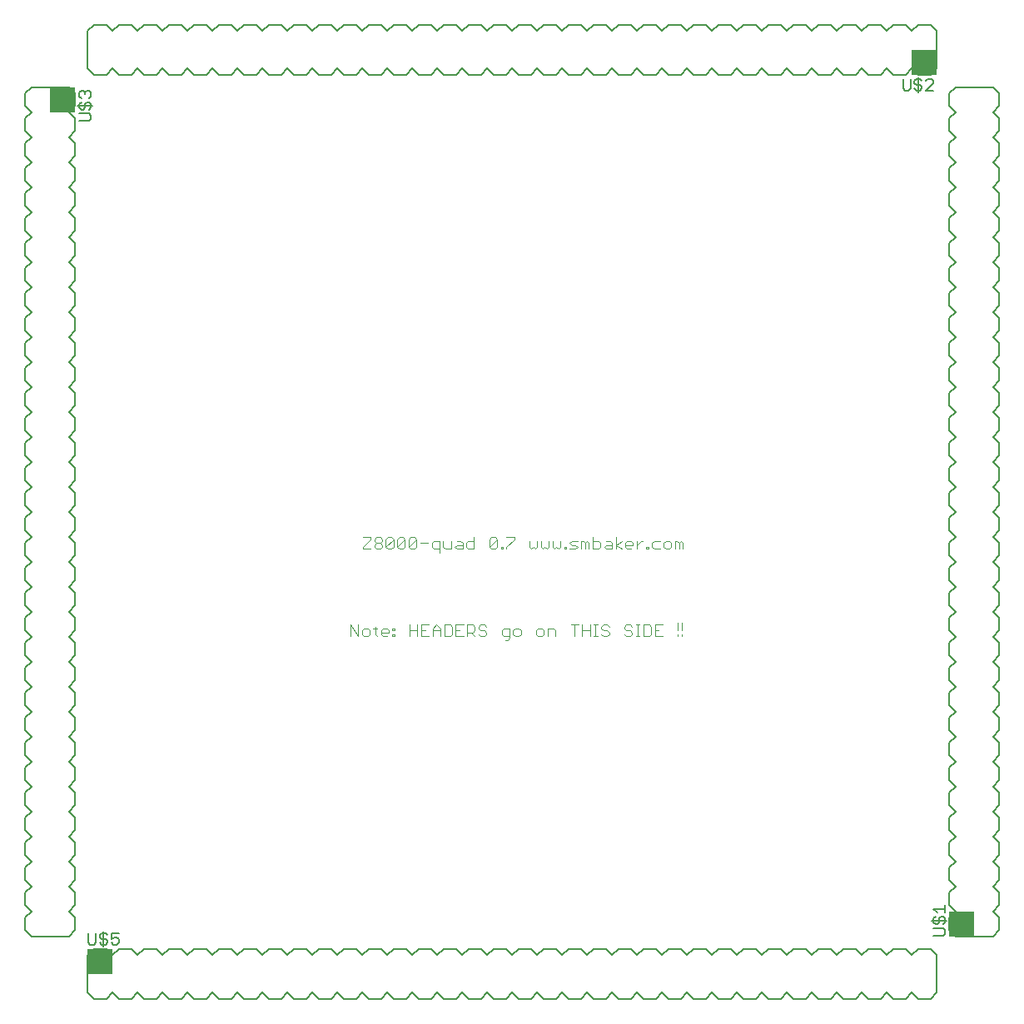
<source format=gto>
G75*
%MOIN*%
%OFA0B0*%
%FSLAX25Y25*%
%IPPOS*%
%LPD*%
%AMOC8*
5,1,8,0,0,1.08239X$1,22.5*
%
%ADD10C,0.00400*%
%ADD11C,0.00600*%
%ADD12R,0.10000X0.10000*%
%ADD13C,0.00500*%
D10*
X0136500Y0151500D02*
X0136500Y0156104D01*
X0139569Y0151500D01*
X0139569Y0156104D01*
X0141104Y0153802D02*
X0141104Y0152267D01*
X0141871Y0151500D01*
X0143406Y0151500D01*
X0144173Y0152267D01*
X0144173Y0153802D01*
X0143406Y0154569D01*
X0141871Y0154569D01*
X0141104Y0153802D01*
X0145708Y0154569D02*
X0147242Y0154569D01*
X0146475Y0155337D02*
X0146475Y0152267D01*
X0147242Y0151500D01*
X0148777Y0152267D02*
X0148777Y0153802D01*
X0149544Y0154569D01*
X0151079Y0154569D01*
X0151846Y0153802D01*
X0151846Y0153035D01*
X0148777Y0153035D01*
X0148777Y0152267D02*
X0149544Y0151500D01*
X0151079Y0151500D01*
X0153381Y0151500D02*
X0153381Y0152267D01*
X0154148Y0152267D01*
X0154148Y0151500D01*
X0153381Y0151500D01*
X0153381Y0153802D02*
X0153381Y0154569D01*
X0154148Y0154569D01*
X0154148Y0153802D01*
X0153381Y0153802D01*
X0160287Y0153802D02*
X0163356Y0153802D01*
X0164891Y0153802D02*
X0166425Y0153802D01*
X0164891Y0156104D02*
X0164891Y0151500D01*
X0167960Y0151500D01*
X0169495Y0151500D02*
X0169495Y0154569D01*
X0171029Y0156104D01*
X0172564Y0154569D01*
X0172564Y0151500D01*
X0174099Y0151500D02*
X0176401Y0151500D01*
X0177168Y0152267D01*
X0177168Y0155337D01*
X0176401Y0156104D01*
X0174099Y0156104D01*
X0174099Y0151500D01*
X0172564Y0153802D02*
X0169495Y0153802D01*
X0167960Y0156104D02*
X0164891Y0156104D01*
X0163356Y0156104D02*
X0163356Y0151500D01*
X0160287Y0151500D02*
X0160287Y0156104D01*
X0178703Y0156104D02*
X0178703Y0151500D01*
X0181772Y0151500D01*
X0183307Y0151500D02*
X0183307Y0156104D01*
X0185609Y0156104D01*
X0186376Y0155337D01*
X0186376Y0153802D01*
X0185609Y0153035D01*
X0183307Y0153035D01*
X0184841Y0153035D02*
X0186376Y0151500D01*
X0187910Y0152267D02*
X0188678Y0151500D01*
X0190212Y0151500D01*
X0190980Y0152267D01*
X0190980Y0153035D01*
X0190212Y0153802D01*
X0188678Y0153802D01*
X0187910Y0154569D01*
X0187910Y0155337D01*
X0188678Y0156104D01*
X0190212Y0156104D01*
X0190980Y0155337D01*
X0197118Y0153802D02*
X0197118Y0152267D01*
X0197886Y0151500D01*
X0200188Y0151500D01*
X0200188Y0150733D02*
X0200188Y0154569D01*
X0197886Y0154569D01*
X0197118Y0153802D01*
X0198653Y0149965D02*
X0199420Y0149965D01*
X0200188Y0150733D01*
X0201722Y0152267D02*
X0202490Y0151500D01*
X0204024Y0151500D01*
X0204792Y0152267D01*
X0204792Y0153802D01*
X0204024Y0154569D01*
X0202490Y0154569D01*
X0201722Y0153802D01*
X0201722Y0152267D01*
X0210930Y0152267D02*
X0211697Y0151500D01*
X0213232Y0151500D01*
X0213999Y0152267D01*
X0213999Y0153802D01*
X0213232Y0154569D01*
X0211697Y0154569D01*
X0210930Y0153802D01*
X0210930Y0152267D01*
X0215534Y0151500D02*
X0215534Y0154569D01*
X0217836Y0154569D01*
X0218603Y0153802D01*
X0218603Y0151500D01*
X0224742Y0156104D02*
X0227811Y0156104D01*
X0226277Y0156104D02*
X0226277Y0151500D01*
X0229346Y0151500D02*
X0229346Y0156104D01*
X0229346Y0153802D02*
X0232415Y0153802D01*
X0232415Y0156104D02*
X0232415Y0151500D01*
X0233950Y0151500D02*
X0235484Y0151500D01*
X0234717Y0151500D02*
X0234717Y0156104D01*
X0233950Y0156104D02*
X0235484Y0156104D01*
X0237019Y0155337D02*
X0237019Y0154569D01*
X0237786Y0153802D01*
X0239321Y0153802D01*
X0240088Y0153035D01*
X0240088Y0152267D01*
X0239321Y0151500D01*
X0237786Y0151500D01*
X0237019Y0152267D01*
X0237019Y0155337D02*
X0237786Y0156104D01*
X0239321Y0156104D01*
X0240088Y0155337D01*
X0246227Y0155337D02*
X0246227Y0154569D01*
X0246994Y0153802D01*
X0248529Y0153802D01*
X0249296Y0153035D01*
X0249296Y0152267D01*
X0248529Y0151500D01*
X0246994Y0151500D01*
X0246227Y0152267D01*
X0246227Y0155337D02*
X0246994Y0156104D01*
X0248529Y0156104D01*
X0249296Y0155337D01*
X0250831Y0156104D02*
X0252365Y0156104D01*
X0251598Y0156104D02*
X0251598Y0151500D01*
X0250831Y0151500D02*
X0252365Y0151500D01*
X0253900Y0151500D02*
X0253900Y0156104D01*
X0256202Y0156104D01*
X0256969Y0155337D01*
X0256969Y0152267D01*
X0256202Y0151500D01*
X0253900Y0151500D01*
X0258504Y0151500D02*
X0258504Y0156104D01*
X0261573Y0156104D01*
X0260039Y0153802D02*
X0258504Y0153802D01*
X0258504Y0151500D02*
X0261573Y0151500D01*
X0267712Y0151500D02*
X0267712Y0152267D01*
X0269246Y0152267D02*
X0269246Y0151500D01*
X0269246Y0153802D02*
X0269246Y0156871D01*
X0267712Y0156871D02*
X0267712Y0153802D01*
X0268108Y0186500D02*
X0268108Y0188802D01*
X0268875Y0189569D01*
X0269643Y0188802D01*
X0269643Y0186500D01*
X0268108Y0188802D02*
X0267341Y0189569D01*
X0266573Y0189569D01*
X0266573Y0186500D01*
X0265039Y0187267D02*
X0265039Y0188802D01*
X0264271Y0189569D01*
X0262737Y0189569D01*
X0261969Y0188802D01*
X0261969Y0187267D01*
X0262737Y0186500D01*
X0264271Y0186500D01*
X0265039Y0187267D01*
X0260435Y0186500D02*
X0258133Y0186500D01*
X0257365Y0187267D01*
X0257365Y0188802D01*
X0258133Y0189569D01*
X0260435Y0189569D01*
X0255831Y0187267D02*
X0255831Y0186500D01*
X0255063Y0186500D01*
X0255063Y0187267D01*
X0255831Y0187267D01*
X0253529Y0189569D02*
X0252761Y0189569D01*
X0251227Y0188035D01*
X0251227Y0189569D02*
X0251227Y0186500D01*
X0249692Y0188035D02*
X0246623Y0188035D01*
X0246623Y0188802D02*
X0247390Y0189569D01*
X0248925Y0189569D01*
X0249692Y0188802D01*
X0249692Y0188035D01*
X0248925Y0186500D02*
X0247390Y0186500D01*
X0246623Y0187267D01*
X0246623Y0188802D01*
X0245088Y0189569D02*
X0242786Y0188035D01*
X0245088Y0186500D01*
X0242786Y0186500D02*
X0242786Y0191104D01*
X0240484Y0189569D02*
X0241252Y0188802D01*
X0241252Y0186500D01*
X0238950Y0186500D01*
X0238182Y0187267D01*
X0238950Y0188035D01*
X0241252Y0188035D01*
X0240484Y0189569D02*
X0238950Y0189569D01*
X0236648Y0188802D02*
X0235880Y0189569D01*
X0233578Y0189569D01*
X0233578Y0191104D02*
X0233578Y0186500D01*
X0235880Y0186500D01*
X0236648Y0187267D01*
X0236648Y0188802D01*
X0232044Y0188802D02*
X0232044Y0186500D01*
X0230509Y0186500D02*
X0230509Y0188802D01*
X0231277Y0189569D01*
X0232044Y0188802D01*
X0230509Y0188802D02*
X0229742Y0189569D01*
X0228975Y0189569D01*
X0228975Y0186500D01*
X0227440Y0187267D02*
X0226673Y0188035D01*
X0225138Y0188035D01*
X0224371Y0188802D01*
X0225138Y0189569D01*
X0227440Y0189569D01*
X0227440Y0187267D02*
X0226673Y0186500D01*
X0224371Y0186500D01*
X0222836Y0186500D02*
X0222069Y0186500D01*
X0222069Y0187267D01*
X0222836Y0187267D01*
X0222836Y0186500D01*
X0220534Y0187267D02*
X0220534Y0189569D01*
X0220534Y0187267D02*
X0219767Y0186500D01*
X0218999Y0187267D01*
X0218232Y0186500D01*
X0217465Y0187267D01*
X0217465Y0189569D01*
X0215930Y0189569D02*
X0215930Y0187267D01*
X0215163Y0186500D01*
X0214395Y0187267D01*
X0213628Y0186500D01*
X0212861Y0187267D01*
X0212861Y0189569D01*
X0211326Y0189569D02*
X0211326Y0187267D01*
X0210559Y0186500D01*
X0209792Y0187267D01*
X0209024Y0186500D01*
X0208257Y0187267D01*
X0208257Y0189569D01*
X0202118Y0190337D02*
X0199049Y0187267D01*
X0199049Y0186500D01*
X0197514Y0186500D02*
X0196747Y0186500D01*
X0196747Y0187267D01*
X0197514Y0187267D01*
X0197514Y0186500D01*
X0195212Y0187267D02*
X0195212Y0190337D01*
X0192143Y0187267D01*
X0192910Y0186500D01*
X0194445Y0186500D01*
X0195212Y0187267D01*
X0192143Y0187267D02*
X0192143Y0190337D01*
X0192910Y0191104D01*
X0194445Y0191104D01*
X0195212Y0190337D01*
X0199049Y0191104D02*
X0202118Y0191104D01*
X0202118Y0190337D01*
X0186005Y0191104D02*
X0186005Y0186500D01*
X0183703Y0186500D01*
X0182935Y0187267D01*
X0182935Y0188802D01*
X0183703Y0189569D01*
X0186005Y0189569D01*
X0181401Y0188802D02*
X0181401Y0186500D01*
X0179099Y0186500D01*
X0178331Y0187267D01*
X0179099Y0188035D01*
X0181401Y0188035D01*
X0181401Y0188802D02*
X0180633Y0189569D01*
X0179099Y0189569D01*
X0176797Y0189569D02*
X0176797Y0186500D01*
X0174495Y0186500D01*
X0173727Y0187267D01*
X0173727Y0189569D01*
X0172193Y0189569D02*
X0169891Y0189569D01*
X0169124Y0188802D01*
X0169124Y0187267D01*
X0169891Y0186500D01*
X0172193Y0186500D01*
X0172193Y0184965D02*
X0172193Y0189569D01*
X0167589Y0188802D02*
X0164520Y0188802D01*
X0162985Y0190337D02*
X0159916Y0187267D01*
X0160683Y0186500D01*
X0162218Y0186500D01*
X0162985Y0187267D01*
X0162985Y0190337D01*
X0162218Y0191104D01*
X0160683Y0191104D01*
X0159916Y0190337D01*
X0159916Y0187267D01*
X0158381Y0187267D02*
X0158381Y0190337D01*
X0155312Y0187267D01*
X0156079Y0186500D01*
X0157614Y0186500D01*
X0158381Y0187267D01*
X0155312Y0187267D02*
X0155312Y0190337D01*
X0156079Y0191104D01*
X0157614Y0191104D01*
X0158381Y0190337D01*
X0153777Y0190337D02*
X0153777Y0187267D01*
X0153010Y0186500D01*
X0151475Y0186500D01*
X0150708Y0187267D01*
X0153777Y0190337D01*
X0153010Y0191104D01*
X0151475Y0191104D01*
X0150708Y0190337D01*
X0150708Y0187267D01*
X0149173Y0187267D02*
X0148406Y0186500D01*
X0146871Y0186500D01*
X0146104Y0187267D01*
X0146104Y0188035D01*
X0146871Y0188802D01*
X0148406Y0188802D01*
X0149173Y0188035D01*
X0149173Y0187267D01*
X0148406Y0188802D02*
X0149173Y0189569D01*
X0149173Y0190337D01*
X0148406Y0191104D01*
X0146871Y0191104D01*
X0146104Y0190337D01*
X0146104Y0189569D01*
X0146871Y0188802D01*
X0144569Y0190337D02*
X0141500Y0187267D01*
X0141500Y0186500D01*
X0144569Y0186500D01*
X0144569Y0190337D02*
X0144569Y0191104D01*
X0141500Y0191104D01*
X0178703Y0156104D02*
X0181772Y0156104D01*
X0180237Y0153802D02*
X0178703Y0153802D01*
D11*
X0008800Y0031300D02*
X0006300Y0033800D01*
X0006300Y0038800D01*
X0008800Y0041300D01*
X0006300Y0043800D01*
X0006300Y0048800D01*
X0008800Y0051300D01*
X0006300Y0053800D01*
X0006300Y0058800D01*
X0008800Y0061300D01*
X0006300Y0063800D01*
X0006300Y0068800D01*
X0008800Y0071300D01*
X0006300Y0073800D01*
X0006300Y0078800D01*
X0008800Y0081300D01*
X0006300Y0083800D01*
X0006300Y0088800D01*
X0008800Y0091300D01*
X0006300Y0093800D01*
X0006300Y0098800D01*
X0008800Y0101300D01*
X0006300Y0103800D01*
X0006300Y0108800D01*
X0008800Y0111300D01*
X0006300Y0113800D01*
X0006300Y0118800D01*
X0008800Y0121300D01*
X0006300Y0123800D01*
X0006300Y0128800D01*
X0008800Y0131300D01*
X0006300Y0133800D01*
X0006300Y0138800D01*
X0008800Y0141300D01*
X0006300Y0143800D01*
X0006300Y0148800D01*
X0008800Y0151300D01*
X0006300Y0153800D01*
X0006300Y0158800D01*
X0008800Y0161300D01*
X0006300Y0163800D01*
X0006300Y0168800D01*
X0008800Y0171300D01*
X0006300Y0173800D01*
X0006300Y0178800D01*
X0008800Y0181300D01*
X0006300Y0183800D01*
X0006300Y0188800D01*
X0008800Y0191300D01*
X0006300Y0193800D01*
X0006300Y0198800D01*
X0008800Y0201300D01*
X0006300Y0203800D01*
X0006300Y0208800D01*
X0008800Y0211300D01*
X0006300Y0213800D01*
X0006300Y0218800D01*
X0008800Y0221300D01*
X0006300Y0223800D01*
X0006300Y0228800D01*
X0008800Y0231300D01*
X0006300Y0233800D01*
X0006300Y0238800D01*
X0008800Y0241300D01*
X0006300Y0243800D01*
X0006300Y0248800D01*
X0008800Y0251300D01*
X0006300Y0253800D01*
X0006300Y0258800D01*
X0008800Y0261300D01*
X0006300Y0263800D01*
X0006300Y0268800D01*
X0008800Y0271300D01*
X0006300Y0273800D01*
X0006300Y0278800D01*
X0008800Y0281300D01*
X0006300Y0283800D01*
X0006300Y0288800D01*
X0008800Y0291300D01*
X0006300Y0293800D01*
X0006300Y0298800D01*
X0008800Y0301300D01*
X0006300Y0303800D01*
X0006300Y0308800D01*
X0008800Y0311300D01*
X0006300Y0313800D01*
X0006300Y0318800D01*
X0008800Y0321300D01*
X0006300Y0323800D01*
X0006300Y0328800D01*
X0008800Y0331300D01*
X0006300Y0333800D01*
X0006300Y0338800D01*
X0008800Y0341300D01*
X0006300Y0343800D01*
X0006300Y0348800D01*
X0008800Y0351300D01*
X0006300Y0353800D01*
X0006300Y0358800D01*
X0008800Y0361300D01*
X0006300Y0363800D01*
X0006300Y0368800D01*
X0008800Y0371300D01*
X0023800Y0371300D01*
X0026300Y0368800D01*
X0026300Y0363800D01*
X0023800Y0361300D01*
X0026300Y0358800D01*
X0026300Y0353800D01*
X0023800Y0351300D01*
X0026300Y0348800D01*
X0026300Y0343800D01*
X0023800Y0341300D01*
X0026300Y0338800D01*
X0026300Y0333800D01*
X0023800Y0331300D01*
X0026300Y0328800D01*
X0026300Y0323800D01*
X0023800Y0321300D01*
X0026300Y0318800D01*
X0026300Y0313800D01*
X0023800Y0311300D01*
X0026300Y0308800D01*
X0026300Y0303800D01*
X0023800Y0301300D01*
X0026300Y0298800D01*
X0026300Y0293800D01*
X0023800Y0291300D01*
X0026300Y0288800D01*
X0026300Y0283800D01*
X0023800Y0281300D01*
X0026300Y0278800D01*
X0026300Y0273800D01*
X0023800Y0271300D01*
X0026300Y0268800D01*
X0026300Y0263800D01*
X0023800Y0261300D01*
X0026300Y0258800D01*
X0026300Y0253800D01*
X0023800Y0251300D01*
X0026300Y0248800D01*
X0026300Y0243800D01*
X0023800Y0241300D01*
X0026300Y0238800D01*
X0026300Y0233800D01*
X0023800Y0231300D01*
X0026300Y0228800D01*
X0026300Y0223800D01*
X0023800Y0221300D01*
X0026300Y0218800D01*
X0026300Y0213800D01*
X0023800Y0211300D01*
X0026300Y0208800D01*
X0026300Y0203800D01*
X0023800Y0201300D01*
X0026300Y0198800D01*
X0026300Y0193800D01*
X0023800Y0191300D01*
X0026300Y0188800D01*
X0026300Y0183800D01*
X0023800Y0181300D01*
X0026300Y0178800D01*
X0026300Y0173800D01*
X0023800Y0171300D01*
X0026300Y0168800D01*
X0026300Y0163800D01*
X0023800Y0161300D01*
X0026300Y0158800D01*
X0026300Y0153800D01*
X0023800Y0151300D01*
X0026300Y0148800D01*
X0026300Y0143800D01*
X0023800Y0141300D01*
X0026300Y0138800D01*
X0026300Y0133800D01*
X0023800Y0131300D01*
X0026300Y0128800D01*
X0026300Y0123800D01*
X0023800Y0121300D01*
X0026300Y0118800D01*
X0026300Y0113800D01*
X0023800Y0111300D01*
X0026300Y0108800D01*
X0026300Y0103800D01*
X0023800Y0101300D01*
X0026300Y0098800D01*
X0026300Y0093800D01*
X0023800Y0091300D01*
X0026300Y0088800D01*
X0026300Y0083800D01*
X0023800Y0081300D01*
X0026300Y0078800D01*
X0026300Y0073800D01*
X0023800Y0071300D01*
X0026300Y0068800D01*
X0026300Y0063800D01*
X0023800Y0061300D01*
X0026300Y0058800D01*
X0026300Y0053800D01*
X0023800Y0051300D01*
X0026300Y0048800D01*
X0026300Y0043800D01*
X0023800Y0041300D01*
X0026300Y0038800D01*
X0026300Y0033800D01*
X0023800Y0031300D01*
X0008800Y0031300D01*
X0031300Y0023800D02*
X0031300Y0008800D01*
X0033800Y0006300D01*
X0038800Y0006300D01*
X0041300Y0008800D01*
X0043800Y0006300D01*
X0048800Y0006300D01*
X0051300Y0008800D01*
X0053800Y0006300D01*
X0058800Y0006300D01*
X0061300Y0008800D01*
X0063800Y0006300D01*
X0068800Y0006300D01*
X0071300Y0008800D01*
X0073800Y0006300D01*
X0078800Y0006300D01*
X0081300Y0008800D01*
X0083800Y0006300D01*
X0088800Y0006300D01*
X0091300Y0008800D01*
X0093800Y0006300D01*
X0098800Y0006300D01*
X0101300Y0008800D01*
X0103800Y0006300D01*
X0108800Y0006300D01*
X0111300Y0008800D01*
X0113800Y0006300D01*
X0118800Y0006300D01*
X0121300Y0008800D01*
X0123800Y0006300D01*
X0128800Y0006300D01*
X0131300Y0008800D01*
X0133800Y0006300D01*
X0138800Y0006300D01*
X0141300Y0008800D01*
X0143800Y0006300D01*
X0148800Y0006300D01*
X0151300Y0008800D01*
X0153800Y0006300D01*
X0158800Y0006300D01*
X0161300Y0008800D01*
X0163800Y0006300D01*
X0168800Y0006300D01*
X0171300Y0008800D01*
X0173800Y0006300D01*
X0178800Y0006300D01*
X0181300Y0008800D01*
X0183800Y0006300D01*
X0188800Y0006300D01*
X0191300Y0008800D01*
X0193800Y0006300D01*
X0198800Y0006300D01*
X0201300Y0008800D01*
X0203800Y0006300D01*
X0208800Y0006300D01*
X0211300Y0008800D01*
X0213800Y0006300D01*
X0218800Y0006300D01*
X0221300Y0008800D01*
X0223800Y0006300D01*
X0228800Y0006300D01*
X0231300Y0008800D01*
X0233800Y0006300D01*
X0238800Y0006300D01*
X0241300Y0008800D01*
X0243800Y0006300D01*
X0248800Y0006300D01*
X0251300Y0008800D01*
X0253800Y0006300D01*
X0258800Y0006300D01*
X0261300Y0008800D01*
X0263800Y0006300D01*
X0268800Y0006300D01*
X0271300Y0008800D01*
X0273800Y0006300D01*
X0278800Y0006300D01*
X0281300Y0008800D01*
X0283800Y0006300D01*
X0288800Y0006300D01*
X0291300Y0008800D01*
X0293800Y0006300D01*
X0298800Y0006300D01*
X0301300Y0008800D01*
X0303800Y0006300D01*
X0308800Y0006300D01*
X0311300Y0008800D01*
X0313800Y0006300D01*
X0318800Y0006300D01*
X0321300Y0008800D01*
X0323800Y0006300D01*
X0328800Y0006300D01*
X0331300Y0008800D01*
X0333800Y0006300D01*
X0338800Y0006300D01*
X0341300Y0008800D01*
X0343800Y0006300D01*
X0348800Y0006300D01*
X0351300Y0008800D01*
X0353800Y0006300D01*
X0358800Y0006300D01*
X0361300Y0008800D01*
X0363800Y0006300D01*
X0368800Y0006300D01*
X0371300Y0008800D01*
X0371300Y0023800D01*
X0368800Y0026300D01*
X0363800Y0026300D01*
X0361300Y0023800D01*
X0358800Y0026300D01*
X0353800Y0026300D01*
X0351300Y0023800D01*
X0348800Y0026300D01*
X0343800Y0026300D01*
X0341300Y0023800D01*
X0338800Y0026300D01*
X0333800Y0026300D01*
X0331300Y0023800D01*
X0328800Y0026300D01*
X0323800Y0026300D01*
X0321300Y0023800D01*
X0318800Y0026300D01*
X0313800Y0026300D01*
X0311300Y0023800D01*
X0308800Y0026300D01*
X0303800Y0026300D01*
X0301300Y0023800D01*
X0298800Y0026300D01*
X0293800Y0026300D01*
X0291300Y0023800D01*
X0288800Y0026300D01*
X0283800Y0026300D01*
X0281300Y0023800D01*
X0278800Y0026300D01*
X0273800Y0026300D01*
X0271300Y0023800D01*
X0268800Y0026300D01*
X0263800Y0026300D01*
X0261300Y0023800D01*
X0258800Y0026300D01*
X0253800Y0026300D01*
X0251300Y0023800D01*
X0248800Y0026300D01*
X0243800Y0026300D01*
X0241300Y0023800D01*
X0238800Y0026300D01*
X0233800Y0026300D01*
X0231300Y0023800D01*
X0228800Y0026300D01*
X0223800Y0026300D01*
X0221300Y0023800D01*
X0218800Y0026300D01*
X0213800Y0026300D01*
X0211300Y0023800D01*
X0208800Y0026300D01*
X0203800Y0026300D01*
X0201300Y0023800D01*
X0198800Y0026300D01*
X0193800Y0026300D01*
X0191300Y0023800D01*
X0188800Y0026300D01*
X0183800Y0026300D01*
X0181300Y0023800D01*
X0178800Y0026300D01*
X0173800Y0026300D01*
X0171300Y0023800D01*
X0168800Y0026300D01*
X0163800Y0026300D01*
X0161300Y0023800D01*
X0158800Y0026300D01*
X0153800Y0026300D01*
X0151300Y0023800D01*
X0148800Y0026300D01*
X0143800Y0026300D01*
X0141300Y0023800D01*
X0138800Y0026300D01*
X0133800Y0026300D01*
X0131300Y0023800D01*
X0128800Y0026300D01*
X0123800Y0026300D01*
X0121300Y0023800D01*
X0118800Y0026300D01*
X0113800Y0026300D01*
X0111300Y0023800D01*
X0108800Y0026300D01*
X0103800Y0026300D01*
X0101300Y0023800D01*
X0098800Y0026300D01*
X0093800Y0026300D01*
X0091300Y0023800D01*
X0088800Y0026300D01*
X0083800Y0026300D01*
X0081300Y0023800D01*
X0078800Y0026300D01*
X0073800Y0026300D01*
X0071300Y0023800D01*
X0068800Y0026300D01*
X0063800Y0026300D01*
X0061300Y0023800D01*
X0058800Y0026300D01*
X0053800Y0026300D01*
X0051300Y0023800D01*
X0048800Y0026300D01*
X0043800Y0026300D01*
X0041300Y0023800D01*
X0038800Y0026300D01*
X0033800Y0026300D01*
X0031300Y0023800D01*
X0376300Y0033800D02*
X0378800Y0031300D01*
X0393800Y0031300D01*
X0396300Y0033800D01*
X0396300Y0038800D01*
X0393800Y0041300D01*
X0396300Y0043800D01*
X0396300Y0048800D01*
X0393800Y0051300D01*
X0396300Y0053800D01*
X0396300Y0058800D01*
X0393800Y0061300D01*
X0396300Y0063800D01*
X0396300Y0068800D01*
X0393800Y0071300D01*
X0396300Y0073800D01*
X0396300Y0078800D01*
X0393800Y0081300D01*
X0396300Y0083800D01*
X0396300Y0088800D01*
X0393800Y0091300D01*
X0396300Y0093800D01*
X0396300Y0098800D01*
X0393800Y0101300D01*
X0396300Y0103800D01*
X0396300Y0108800D01*
X0393800Y0111300D01*
X0396300Y0113800D01*
X0396300Y0118800D01*
X0393800Y0121300D01*
X0396300Y0123800D01*
X0396300Y0128800D01*
X0393800Y0131300D01*
X0396300Y0133800D01*
X0396300Y0138800D01*
X0393800Y0141300D01*
X0396300Y0143800D01*
X0396300Y0148800D01*
X0393800Y0151300D01*
X0396300Y0153800D01*
X0396300Y0158800D01*
X0393800Y0161300D01*
X0396300Y0163800D01*
X0396300Y0168800D01*
X0393800Y0171300D01*
X0396300Y0173800D01*
X0396300Y0178800D01*
X0393800Y0181300D01*
X0396300Y0183800D01*
X0396300Y0188800D01*
X0393800Y0191300D01*
X0396300Y0193800D01*
X0396300Y0198800D01*
X0393800Y0201300D01*
X0396300Y0203800D01*
X0396300Y0208800D01*
X0393800Y0211300D01*
X0396300Y0213800D01*
X0396300Y0218800D01*
X0393800Y0221300D01*
X0396300Y0223800D01*
X0396300Y0228800D01*
X0393800Y0231300D01*
X0396300Y0233800D01*
X0396300Y0238800D01*
X0393800Y0241300D01*
X0396300Y0243800D01*
X0396300Y0248800D01*
X0393800Y0251300D01*
X0396300Y0253800D01*
X0396300Y0258800D01*
X0393800Y0261300D01*
X0396300Y0263800D01*
X0396300Y0268800D01*
X0393800Y0271300D01*
X0396300Y0273800D01*
X0396300Y0278800D01*
X0393800Y0281300D01*
X0396300Y0283800D01*
X0396300Y0288800D01*
X0393800Y0291300D01*
X0396300Y0293800D01*
X0396300Y0298800D01*
X0393800Y0301300D01*
X0396300Y0303800D01*
X0396300Y0308800D01*
X0393800Y0311300D01*
X0396300Y0313800D01*
X0396300Y0318800D01*
X0393800Y0321300D01*
X0396300Y0323800D01*
X0396300Y0328800D01*
X0393800Y0331300D01*
X0396300Y0333800D01*
X0396300Y0338800D01*
X0393800Y0341300D01*
X0396300Y0343800D01*
X0396300Y0348800D01*
X0393800Y0351300D01*
X0396300Y0353800D01*
X0396300Y0358800D01*
X0393800Y0361300D01*
X0396300Y0363800D01*
X0396300Y0368800D01*
X0393800Y0371300D01*
X0378800Y0371300D01*
X0376300Y0368800D01*
X0376300Y0363800D01*
X0378800Y0361300D01*
X0376300Y0358800D01*
X0376300Y0353800D01*
X0378800Y0351300D01*
X0376300Y0348800D01*
X0376300Y0343800D01*
X0378800Y0341300D01*
X0376300Y0338800D01*
X0376300Y0333800D01*
X0378800Y0331300D01*
X0376300Y0328800D01*
X0376300Y0323800D01*
X0378800Y0321300D01*
X0376300Y0318800D01*
X0376300Y0313800D01*
X0378800Y0311300D01*
X0376300Y0308800D01*
X0376300Y0303800D01*
X0378800Y0301300D01*
X0376300Y0298800D01*
X0376300Y0293800D01*
X0378800Y0291300D01*
X0376300Y0288800D01*
X0376300Y0283800D01*
X0378800Y0281300D01*
X0376300Y0278800D01*
X0376300Y0273800D01*
X0378800Y0271300D01*
X0376300Y0268800D01*
X0376300Y0263800D01*
X0378800Y0261300D01*
X0376300Y0258800D01*
X0376300Y0253800D01*
X0378800Y0251300D01*
X0376300Y0248800D01*
X0376300Y0243800D01*
X0378800Y0241300D01*
X0376300Y0238800D01*
X0376300Y0233800D01*
X0378800Y0231300D01*
X0376300Y0228800D01*
X0376300Y0223800D01*
X0378800Y0221300D01*
X0376300Y0218800D01*
X0376300Y0213800D01*
X0378800Y0211300D01*
X0376300Y0208800D01*
X0376300Y0203800D01*
X0378800Y0201300D01*
X0376300Y0198800D01*
X0376300Y0193800D01*
X0378800Y0191300D01*
X0376300Y0188800D01*
X0376300Y0183800D01*
X0378800Y0181300D01*
X0376300Y0178800D01*
X0376300Y0173800D01*
X0378800Y0171300D01*
X0376300Y0168800D01*
X0376300Y0163800D01*
X0378800Y0161300D01*
X0376300Y0158800D01*
X0376300Y0153800D01*
X0378800Y0151300D01*
X0376300Y0148800D01*
X0376300Y0143800D01*
X0378800Y0141300D01*
X0376300Y0138800D01*
X0376300Y0133800D01*
X0378800Y0131300D01*
X0376300Y0128800D01*
X0376300Y0123800D01*
X0378800Y0121300D01*
X0376300Y0118800D01*
X0376300Y0113800D01*
X0378800Y0111300D01*
X0376300Y0108800D01*
X0376300Y0103800D01*
X0378800Y0101300D01*
X0376300Y0098800D01*
X0376300Y0093800D01*
X0378800Y0091300D01*
X0376300Y0088800D01*
X0376300Y0083800D01*
X0378800Y0081300D01*
X0376300Y0078800D01*
X0376300Y0073800D01*
X0378800Y0071300D01*
X0376300Y0068800D01*
X0376300Y0063800D01*
X0378800Y0061300D01*
X0376300Y0058800D01*
X0376300Y0053800D01*
X0378800Y0051300D01*
X0376300Y0048800D01*
X0376300Y0043800D01*
X0378800Y0041300D01*
X0376300Y0038800D01*
X0376300Y0033800D01*
X0368800Y0376300D02*
X0363800Y0376300D01*
X0361300Y0378800D01*
X0358800Y0376300D01*
X0353800Y0376300D01*
X0351300Y0378800D01*
X0348800Y0376300D01*
X0343800Y0376300D01*
X0341300Y0378800D01*
X0338800Y0376300D01*
X0333800Y0376300D01*
X0331300Y0378800D01*
X0328800Y0376300D01*
X0323800Y0376300D01*
X0321300Y0378800D01*
X0318800Y0376300D01*
X0313800Y0376300D01*
X0311300Y0378800D01*
X0308800Y0376300D01*
X0303800Y0376300D01*
X0301300Y0378800D01*
X0298800Y0376300D01*
X0293800Y0376300D01*
X0291300Y0378800D01*
X0288800Y0376300D01*
X0283800Y0376300D01*
X0281300Y0378800D01*
X0278800Y0376300D01*
X0273800Y0376300D01*
X0271300Y0378800D01*
X0268800Y0376300D01*
X0263800Y0376300D01*
X0261300Y0378800D01*
X0258800Y0376300D01*
X0253800Y0376300D01*
X0251300Y0378800D01*
X0248800Y0376300D01*
X0243800Y0376300D01*
X0241300Y0378800D01*
X0238800Y0376300D01*
X0233800Y0376300D01*
X0231300Y0378800D01*
X0228800Y0376300D01*
X0223800Y0376300D01*
X0221300Y0378800D01*
X0218800Y0376300D01*
X0213800Y0376300D01*
X0211300Y0378800D01*
X0208800Y0376300D01*
X0203800Y0376300D01*
X0201300Y0378800D01*
X0198800Y0376300D01*
X0193800Y0376300D01*
X0191300Y0378800D01*
X0188800Y0376300D01*
X0183800Y0376300D01*
X0181300Y0378800D01*
X0178800Y0376300D01*
X0173800Y0376300D01*
X0171300Y0378800D01*
X0168800Y0376300D01*
X0163800Y0376300D01*
X0161300Y0378800D01*
X0158800Y0376300D01*
X0153800Y0376300D01*
X0151300Y0378800D01*
X0148800Y0376300D01*
X0143800Y0376300D01*
X0141300Y0378800D01*
X0138800Y0376300D01*
X0133800Y0376300D01*
X0131300Y0378800D01*
X0128800Y0376300D01*
X0123800Y0376300D01*
X0121300Y0378800D01*
X0118800Y0376300D01*
X0113800Y0376300D01*
X0111300Y0378800D01*
X0108800Y0376300D01*
X0103800Y0376300D01*
X0101300Y0378800D01*
X0098800Y0376300D01*
X0093800Y0376300D01*
X0091300Y0378800D01*
X0088800Y0376300D01*
X0083800Y0376300D01*
X0081300Y0378800D01*
X0078800Y0376300D01*
X0073800Y0376300D01*
X0071300Y0378800D01*
X0068800Y0376300D01*
X0063800Y0376300D01*
X0061300Y0378800D01*
X0058800Y0376300D01*
X0053800Y0376300D01*
X0051300Y0378800D01*
X0048800Y0376300D01*
X0043800Y0376300D01*
X0041300Y0378800D01*
X0038800Y0376300D01*
X0033800Y0376300D01*
X0031300Y0378800D01*
X0031300Y0393800D01*
X0033800Y0396300D01*
X0038800Y0396300D01*
X0041300Y0393800D01*
X0043800Y0396300D01*
X0048800Y0396300D01*
X0051300Y0393800D01*
X0053800Y0396300D01*
X0058800Y0396300D01*
X0061300Y0393800D01*
X0063800Y0396300D01*
X0068800Y0396300D01*
X0071300Y0393800D01*
X0073800Y0396300D01*
X0078800Y0396300D01*
X0081300Y0393800D01*
X0083800Y0396300D01*
X0088800Y0396300D01*
X0091300Y0393800D01*
X0093800Y0396300D01*
X0098800Y0396300D01*
X0101300Y0393800D01*
X0103800Y0396300D01*
X0108800Y0396300D01*
X0111300Y0393800D01*
X0113800Y0396300D01*
X0118800Y0396300D01*
X0121300Y0393800D01*
X0123800Y0396300D01*
X0128800Y0396300D01*
X0131300Y0393800D01*
X0133800Y0396300D01*
X0138800Y0396300D01*
X0141300Y0393800D01*
X0143800Y0396300D01*
X0148800Y0396300D01*
X0151300Y0393800D01*
X0153800Y0396300D01*
X0158800Y0396300D01*
X0161300Y0393800D01*
X0163800Y0396300D01*
X0168800Y0396300D01*
X0171300Y0393800D01*
X0173800Y0396300D01*
X0178800Y0396300D01*
X0181300Y0393800D01*
X0183800Y0396300D01*
X0188800Y0396300D01*
X0191300Y0393800D01*
X0193800Y0396300D01*
X0198800Y0396300D01*
X0201300Y0393800D01*
X0203800Y0396300D01*
X0208800Y0396300D01*
X0211300Y0393800D01*
X0213800Y0396300D01*
X0218800Y0396300D01*
X0221300Y0393800D01*
X0223800Y0396300D01*
X0228800Y0396300D01*
X0231300Y0393800D01*
X0233800Y0396300D01*
X0238800Y0396300D01*
X0241300Y0393800D01*
X0243800Y0396300D01*
X0248800Y0396300D01*
X0251300Y0393800D01*
X0253800Y0396300D01*
X0258800Y0396300D01*
X0261300Y0393800D01*
X0263800Y0396300D01*
X0268800Y0396300D01*
X0271300Y0393800D01*
X0273800Y0396300D01*
X0278800Y0396300D01*
X0281300Y0393800D01*
X0283800Y0396300D01*
X0288800Y0396300D01*
X0291300Y0393800D01*
X0293800Y0396300D01*
X0298800Y0396300D01*
X0301300Y0393800D01*
X0303800Y0396300D01*
X0308800Y0396300D01*
X0311300Y0393800D01*
X0313800Y0396300D01*
X0318800Y0396300D01*
X0321300Y0393800D01*
X0323800Y0396300D01*
X0328800Y0396300D01*
X0331300Y0393800D01*
X0333800Y0396300D01*
X0338800Y0396300D01*
X0341300Y0393800D01*
X0343800Y0396300D01*
X0348800Y0396300D01*
X0351300Y0393800D01*
X0353800Y0396300D01*
X0358800Y0396300D01*
X0361300Y0393800D01*
X0363800Y0396300D01*
X0368800Y0396300D01*
X0371300Y0393800D01*
X0371300Y0378800D01*
X0368800Y0376300D01*
D12*
X0366300Y0381300D03*
X0021300Y0366300D03*
X0036300Y0021300D03*
X0381300Y0036300D03*
D13*
X0375301Y0037655D02*
X0369296Y0037655D01*
X0370046Y0036905D02*
X0370046Y0038406D01*
X0370797Y0039156D01*
X0372298Y0038406D02*
X0372298Y0036905D01*
X0371547Y0036154D01*
X0370797Y0036154D01*
X0370046Y0036905D01*
X0370046Y0034553D02*
X0373799Y0034553D01*
X0374550Y0033802D01*
X0374550Y0032301D01*
X0373799Y0031550D01*
X0370046Y0031550D01*
X0373799Y0036154D02*
X0374550Y0036905D01*
X0374550Y0038406D01*
X0373799Y0039156D01*
X0373049Y0039156D01*
X0372298Y0038406D01*
X0371547Y0040758D02*
X0370046Y0042259D01*
X0374550Y0042259D01*
X0374550Y0040758D02*
X0374550Y0043760D01*
X0363843Y0369299D02*
X0363843Y0375304D01*
X0363093Y0374554D02*
X0364594Y0374554D01*
X0365345Y0373803D01*
X0366946Y0373803D02*
X0367697Y0374554D01*
X0369198Y0374554D01*
X0369949Y0373803D01*
X0369949Y0373053D01*
X0366946Y0370050D01*
X0369949Y0370050D01*
X0365345Y0370801D02*
X0365345Y0371551D01*
X0364594Y0372302D01*
X0363093Y0372302D01*
X0362342Y0373053D01*
X0362342Y0373803D01*
X0363093Y0374554D01*
X0360741Y0374554D02*
X0360741Y0370801D01*
X0359990Y0370050D01*
X0358489Y0370050D01*
X0357738Y0370801D01*
X0357738Y0374554D01*
X0362342Y0370801D02*
X0363093Y0370050D01*
X0364594Y0370050D01*
X0365345Y0370801D01*
X0033301Y0363843D02*
X0027296Y0363843D01*
X0028046Y0363093D02*
X0028046Y0364594D01*
X0028797Y0365345D01*
X0028797Y0366946D02*
X0028046Y0367697D01*
X0028046Y0369198D01*
X0028797Y0369949D01*
X0029547Y0369949D01*
X0030298Y0369198D01*
X0031049Y0369949D01*
X0031799Y0369949D01*
X0032550Y0369198D01*
X0032550Y0367697D01*
X0031799Y0366946D01*
X0031799Y0365345D02*
X0031049Y0365345D01*
X0030298Y0364594D01*
X0030298Y0363093D01*
X0029547Y0362342D01*
X0028797Y0362342D01*
X0028046Y0363093D01*
X0028046Y0360741D02*
X0031799Y0360741D01*
X0032550Y0359990D01*
X0032550Y0358489D01*
X0031799Y0357738D01*
X0028046Y0357738D01*
X0031799Y0362342D02*
X0032550Y0363093D01*
X0032550Y0364594D01*
X0031799Y0365345D01*
X0030298Y0368447D02*
X0030298Y0369198D01*
X0037655Y0033304D02*
X0037655Y0027299D01*
X0036905Y0028050D02*
X0038406Y0028050D01*
X0039156Y0028801D01*
X0039156Y0029551D01*
X0038406Y0030302D01*
X0036905Y0030302D01*
X0036154Y0031053D01*
X0036154Y0031803D01*
X0036905Y0032554D01*
X0038406Y0032554D01*
X0039156Y0031803D01*
X0040758Y0032554D02*
X0040758Y0030302D01*
X0042259Y0031053D01*
X0043010Y0031053D01*
X0043760Y0030302D01*
X0043760Y0028801D01*
X0043010Y0028050D01*
X0041508Y0028050D01*
X0040758Y0028801D01*
X0040758Y0032554D02*
X0043760Y0032554D01*
X0036905Y0028050D02*
X0036154Y0028801D01*
X0034553Y0028801D02*
X0034553Y0032554D01*
X0031550Y0032554D02*
X0031550Y0028801D01*
X0032301Y0028050D01*
X0033802Y0028050D01*
X0034553Y0028801D01*
M02*

</source>
